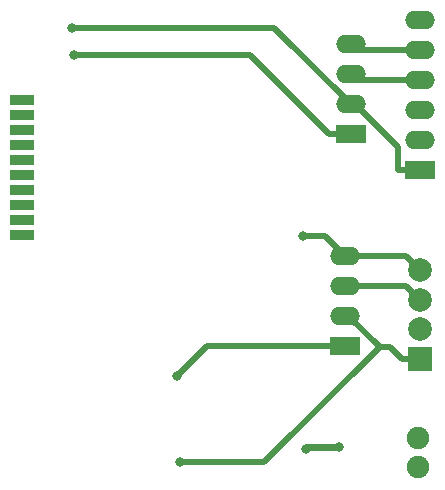
<source format=gbl>
G04 Layer: BottomLayer*
G04 EasyEDA v6.5.23, 2023-05-28 17:35:23*
G04 5b9d0392a9f34ebfbb4243e03fcb58ae,7b9118f9ee4640bfb0881aea6626bb62,10*
G04 Gerber Generator version 0.2*
G04 Scale: 100 percent, Rotated: No, Reflected: No *
G04 Dimensions in millimeters *
G04 leading zeros omitted , absolute positions ,4 integer and 5 decimal *
%FSLAX45Y45*%
%MOMM*%

%ADD10C,0.6000*%
%ADD11C,0.5000*%
%ADD12C,1.9000*%
%ADD13C,2.0000*%
%ADD14R,2.0000X2.0000*%
%ADD15R,2.5400X1.5400*%
%ADD16O,2.54X1.5400019999999999*%
%ADD17R,2.0000X0.9000*%
%ADD18C,0.8000*%

%LPD*%
D10*
X3632200Y4397552D02*
G01*
X3368852Y4397552D01*
X3352800Y4381500D01*
D11*
X4318002Y7759700D02*
G01*
X3784602Y7759700D01*
X3733802Y7810500D01*
X4318002Y7505700D02*
G01*
X3784602Y7505700D01*
X3733802Y7556500D01*
X3683002Y5765800D02*
G01*
X4201695Y5765800D01*
X4318002Y5649493D01*
X4318002Y5149494D02*
G01*
X4162960Y5149494D01*
X3551760Y7048500D02*
G01*
X2880108Y7720152D01*
X1385547Y7720152D01*
X3733802Y7048500D02*
G01*
X3551760Y7048500D01*
X3683002Y5511800D02*
G01*
X3712415Y5511800D01*
X3976169Y5248046D01*
X2288999Y4270095D02*
G01*
X2998218Y4270095D01*
X3976169Y5248046D01*
X3976169Y5248046D02*
G01*
X4064408Y5248046D01*
X4162960Y5149494D01*
X3733802Y7302500D02*
G01*
X3084324Y7951978D01*
X1368224Y7951978D01*
X4135960Y6743700D02*
G01*
X4135960Y6937222D01*
X3770683Y7302500D01*
X3733802Y7302500D01*
X4318002Y6743700D02*
G01*
X4135960Y6743700D01*
X3683002Y5257800D02*
G01*
X2512951Y5257800D01*
X2257351Y5002199D01*
X3683002Y6019800D02*
G01*
X4197708Y6019800D01*
X4318002Y5899505D01*
X3324024Y6187516D02*
G01*
X3515286Y6187516D01*
X3683002Y6019800D01*
D12*
G01*
X4305300Y4231093D03*
G01*
X4305300Y4481106D03*
D13*
G01*
X4318000Y5899505D03*
G01*
X4318000Y5649493D03*
G01*
X4318000Y5399506D03*
D14*
G01*
X4318000Y5149494D03*
D15*
G01*
X3683000Y5257800D03*
D16*
G01*
X3683000Y5511800D03*
G01*
X3683000Y5765800D03*
G01*
X3683000Y6019800D03*
D15*
G01*
X3733800Y7048500D03*
D16*
G01*
X3733800Y7302500D03*
G01*
X3733800Y7556500D03*
G01*
X3733800Y7810500D03*
D15*
G01*
X4318000Y6743700D03*
D16*
G01*
X4318000Y6997700D03*
G01*
X4318000Y7251700D03*
G01*
X4318000Y7505700D03*
G01*
X4318000Y7759700D03*
G01*
X4318000Y8013700D03*
D17*
G01*
X952500Y7213600D03*
G01*
X952500Y7086600D03*
G01*
X952500Y6959600D03*
G01*
X952500Y6832600D03*
G01*
X952500Y6705600D03*
G01*
X952500Y6578600D03*
G01*
X952500Y6451600D03*
G01*
X952500Y6324600D03*
G01*
X952500Y6197600D03*
G01*
X952500Y7340600D03*
D18*
G01*
X3324024Y6187516D03*
G01*
X2257351Y5002199D03*
G01*
X1368224Y7951978D03*
G01*
X2288999Y4270095D03*
G01*
X1385547Y7720152D03*
G01*
X3352800Y4381500D03*
G01*
X3632200Y4397552D03*
M02*

</source>
